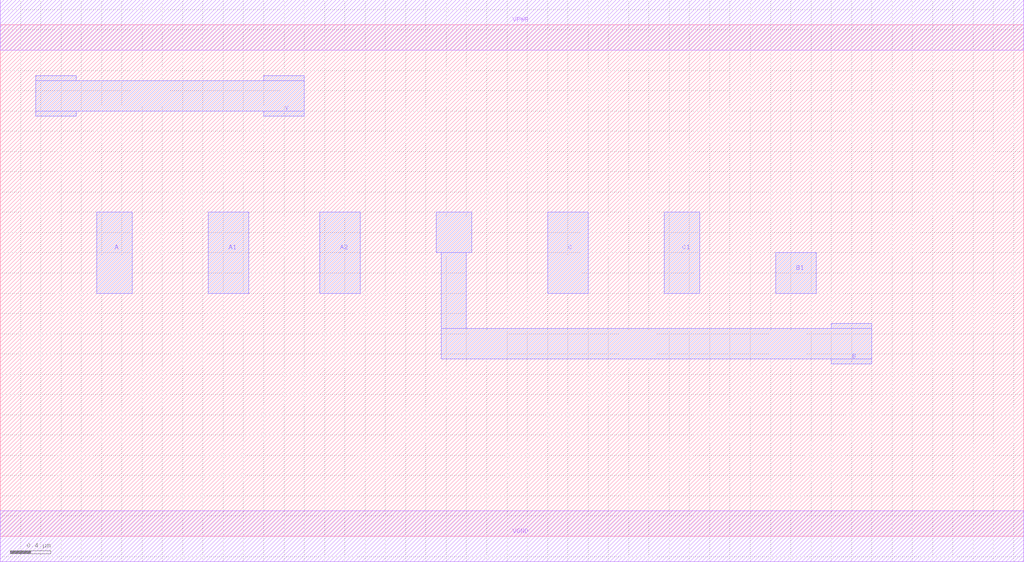
<source format=lef>
VERSION 5.7 ;
  NOWIREEXTENSIONATPIN ON ;
  DIVIDERCHAR "/" ;
  BUSBITCHARS "[]" ;
MACRO AAAOI322
  CLASS CORE ;
  FOREIGN AAAOI322 ;
  ORIGIN 0.000 0.000 ;
  SIZE 10.100 BY 5.050 ;
  SYMMETRY X Y R90 ;
  SITE unit ;
  PIN VPWR
    DIRECTION INOUT ;
    USE POWER ;
    SHAPE ABUTMENT ;
    PORT
      LAYER Metal1 ;
        RECT 0.000 4.800 10.100 5.300 ;
    END
  END VPWR
  PIN VGND
    DIRECTION INOUT ;
    USE GROUND ;
    SHAPE ABUTMENT ;
    PORT
      LAYER Metal1 ;
        RECT 0.000 -0.250 10.100 0.250 ;
    END
  END VGND
  PIN Y
    DIRECTION INOUT ;
    USE SIGNAL ;
    SHAPE ABUTMENT ;
    PORT
      LAYER Metal2 ;
        RECT 0.350 4.500 0.750 4.550 ;
        RECT 2.600 4.500 3.000 4.550 ;
        RECT 0.350 4.200 3.000 4.500 ;
        RECT 0.350 4.150 0.750 4.200 ;
        RECT 2.600 4.150 3.000 4.200 ;
    END
  END Y
  PIN A2
    DIRECTION INOUT ;
    USE SIGNAL ;
    SHAPE ABUTMENT ;
    PORT
      LAYER Metal2 ;
        RECT 3.150 2.400 3.550 3.200 ;
    END
  END A2
  PIN C1
    DIRECTION INOUT ;
    USE SIGNAL ;
    SHAPE ABUTMENT ;
    PORT
      LAYER Metal2 ;
        RECT 6.550 2.400 6.900 3.200 ;
    END
  END C1
  PIN A
    DIRECTION INOUT ;
    USE SIGNAL ;
    SHAPE ABUTMENT ;
    PORT
      LAYER Metal2 ;
        RECT 0.950 2.400 1.300 3.200 ;
    END
  END A
  PIN B1
    DIRECTION INOUT ;
    USE SIGNAL ;
    SHAPE ABUTMENT ;
    PORT
      LAYER Metal2 ;
        RECT 7.650 2.400 8.050 2.800 ;
    END
  END B1
  PIN B
    DIRECTION INOUT ;
    USE SIGNAL ;
    SHAPE ABUTMENT ;
    PORT
      LAYER Metal2 ;
        RECT 4.300 2.800 4.650 3.200 ;
        RECT 4.350 2.050 4.600 2.800 ;
        RECT 8.200 2.050 8.600 2.100 ;
        RECT 4.350 1.750 8.600 2.050 ;
        RECT 8.200 1.700 8.600 1.750 ;
    END
  END B
  PIN C
    DIRECTION INOUT ;
    USE SIGNAL ;
    SHAPE ABUTMENT ;
    PORT
      LAYER Metal2 ;
        RECT 5.400 2.400 5.800 3.200 ;
    END
  END C
  PIN A1
    DIRECTION INOUT ;
    USE SIGNAL ;
    SHAPE ABUTMENT ;
    PORT
      LAYER Metal2 ;
        RECT 2.050 2.400 2.450 3.200 ;
    END
  END A1
END AAAOI322
END LIBRARY


</source>
